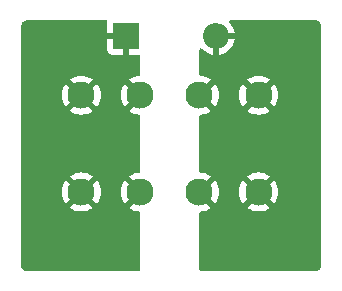
<source format=gbl>
G04 #@! TF.GenerationSoftware,KiCad,Pcbnew,8.0.1*
G04 #@! TF.CreationDate,2024-03-24T02:17:44+01:00*
G04 #@! TF.ProjectId,bypass,62797061-7373-42e6-9b69-6361645f7063,rev?*
G04 #@! TF.SameCoordinates,Original*
G04 #@! TF.FileFunction,Copper,L2,Bot*
G04 #@! TF.FilePolarity,Positive*
%FSLAX46Y46*%
G04 Gerber Fmt 4.6, Leading zero omitted, Abs format (unit mm)*
G04 Created by KiCad (PCBNEW 8.0.1) date 2024-03-24 02:17:44*
%MOMM*%
%LPD*%
G01*
G04 APERTURE LIST*
G04 #@! TA.AperFunction,ComponentPad*
%ADD10C,2.300000*%
G04 #@! TD*
G04 #@! TA.AperFunction,ComponentPad*
%ADD11R,2.200000X2.200000*%
G04 #@! TD*
G04 #@! TA.AperFunction,ComponentPad*
%ADD12O,2.200000X2.200000*%
G04 #@! TD*
G04 APERTURE END LIST*
D10*
X140900000Y-26850000D03*
X140900000Y-35050000D03*
X145900000Y-26850000D03*
X145900000Y-35050000D03*
X150900000Y-26850000D03*
X150900000Y-35050000D03*
X155900000Y-26850000D03*
X155900000Y-35050000D03*
D11*
X144690000Y-21850000D03*
D12*
X152310000Y-21850000D03*
G04 #@! TA.AperFunction,Conductor*
G36*
X143040675Y-20520185D02*
G01*
X143086430Y-20572989D01*
X143096925Y-20637756D01*
X143090000Y-20702155D01*
X143090000Y-21600000D01*
X144199252Y-21600000D01*
X144177482Y-21637708D01*
X144140000Y-21777591D01*
X144140000Y-21922409D01*
X144177482Y-22062292D01*
X144199252Y-22100000D01*
X143090000Y-22100000D01*
X143090000Y-22997844D01*
X143096401Y-23057372D01*
X143096403Y-23057379D01*
X143146645Y-23192086D01*
X143146649Y-23192093D01*
X143232809Y-23307187D01*
X143232812Y-23307190D01*
X143347906Y-23393350D01*
X143347913Y-23393354D01*
X143482620Y-23443596D01*
X143482627Y-23443598D01*
X143542155Y-23449999D01*
X143542172Y-23450000D01*
X144440000Y-23450000D01*
X144440000Y-22340747D01*
X144477708Y-22362518D01*
X144617591Y-22400000D01*
X144762409Y-22400000D01*
X144902292Y-22362518D01*
X144940000Y-22340747D01*
X144940000Y-23450000D01*
X145776000Y-23450000D01*
X145843039Y-23469685D01*
X145888794Y-23522489D01*
X145900000Y-23574000D01*
X145900000Y-25080273D01*
X145880315Y-25147312D01*
X145827511Y-25193067D01*
X145785729Y-25203891D01*
X145641088Y-25215274D01*
X145388554Y-25275901D01*
X145388537Y-25275906D01*
X145148602Y-25375290D01*
X145148599Y-25375292D01*
X144927155Y-25510993D01*
X144920353Y-25516800D01*
X145652511Y-26248958D01*
X145592110Y-26273978D01*
X145485649Y-26345112D01*
X145395112Y-26435649D01*
X145323978Y-26542110D01*
X145298958Y-26602510D01*
X144566801Y-25870353D01*
X144560993Y-25877155D01*
X144425292Y-26098599D01*
X144425290Y-26098602D01*
X144325906Y-26338537D01*
X144325901Y-26338554D01*
X144265274Y-26591087D01*
X144244898Y-26850000D01*
X144265274Y-27108912D01*
X144325901Y-27361445D01*
X144325906Y-27361462D01*
X144425290Y-27601397D01*
X144425292Y-27601400D01*
X144560992Y-27822842D01*
X144560993Y-27822843D01*
X144566801Y-27829644D01*
X145298958Y-27097488D01*
X145323978Y-27157890D01*
X145395112Y-27264351D01*
X145485649Y-27354888D01*
X145592110Y-27426022D01*
X145652510Y-27451040D01*
X144920354Y-28183197D01*
X144927157Y-28189007D01*
X145148599Y-28324707D01*
X145148602Y-28324709D01*
X145388537Y-28424093D01*
X145388554Y-28424098D01*
X145641088Y-28484725D01*
X145641087Y-28484725D01*
X145785728Y-28496108D01*
X145851017Y-28520991D01*
X145892488Y-28577222D01*
X145900000Y-28619726D01*
X145900000Y-33280273D01*
X145880315Y-33347312D01*
X145827511Y-33393067D01*
X145785729Y-33403891D01*
X145641088Y-33415274D01*
X145388554Y-33475901D01*
X145388537Y-33475906D01*
X145148602Y-33575290D01*
X145148599Y-33575292D01*
X144927155Y-33710993D01*
X144920353Y-33716800D01*
X145652511Y-34448958D01*
X145592110Y-34473978D01*
X145485649Y-34545112D01*
X145395112Y-34635649D01*
X145323978Y-34742110D01*
X145298958Y-34802510D01*
X144566801Y-34070353D01*
X144560993Y-34077155D01*
X144425292Y-34298599D01*
X144425290Y-34298602D01*
X144325906Y-34538537D01*
X144325901Y-34538554D01*
X144265274Y-34791087D01*
X144244898Y-35050000D01*
X144265274Y-35308912D01*
X144325901Y-35561445D01*
X144325906Y-35561462D01*
X144425290Y-35801397D01*
X144425292Y-35801400D01*
X144560992Y-36022842D01*
X144560993Y-36022843D01*
X144566801Y-36029644D01*
X145298958Y-35297488D01*
X145323978Y-35357890D01*
X145395112Y-35464351D01*
X145485649Y-35554888D01*
X145592110Y-35626022D01*
X145652510Y-35651040D01*
X144920354Y-36383197D01*
X144927157Y-36389007D01*
X145148599Y-36524707D01*
X145148602Y-36524709D01*
X145388537Y-36624093D01*
X145388554Y-36624098D01*
X145641088Y-36684725D01*
X145641087Y-36684725D01*
X145785728Y-36696108D01*
X145851017Y-36720991D01*
X145892488Y-36777222D01*
X145900000Y-36819726D01*
X145900000Y-41625500D01*
X145880315Y-41692539D01*
X145827511Y-41738294D01*
X145776000Y-41749500D01*
X136306962Y-41749500D01*
X136293078Y-41748720D01*
X136280553Y-41747308D01*
X136202735Y-41738540D01*
X136175666Y-41732362D01*
X136096462Y-41704648D01*
X136071444Y-41692600D01*
X136000395Y-41647957D01*
X135978686Y-41630644D01*
X135919355Y-41571313D01*
X135902042Y-41549604D01*
X135857399Y-41478555D01*
X135845351Y-41453537D01*
X135817637Y-41374333D01*
X135811459Y-41347263D01*
X135801280Y-41256922D01*
X135800500Y-41243038D01*
X135800500Y-35050000D01*
X139244898Y-35050000D01*
X139265274Y-35308912D01*
X139325901Y-35561445D01*
X139325906Y-35561462D01*
X139425290Y-35801397D01*
X139425292Y-35801400D01*
X139560992Y-36022842D01*
X139560993Y-36022843D01*
X139566801Y-36029644D01*
X140298958Y-35297488D01*
X140323978Y-35357890D01*
X140395112Y-35464351D01*
X140485649Y-35554888D01*
X140592110Y-35626022D01*
X140652511Y-35651041D01*
X139920354Y-36383197D01*
X139927157Y-36389007D01*
X140148599Y-36524707D01*
X140148602Y-36524709D01*
X140388537Y-36624093D01*
X140388554Y-36624098D01*
X140641088Y-36684725D01*
X140641087Y-36684725D01*
X140900000Y-36705101D01*
X141158912Y-36684725D01*
X141411445Y-36624098D01*
X141411462Y-36624093D01*
X141651397Y-36524709D01*
X141651400Y-36524707D01*
X141872844Y-36389005D01*
X141879644Y-36383197D01*
X141147488Y-35651041D01*
X141207890Y-35626022D01*
X141314351Y-35554888D01*
X141404888Y-35464351D01*
X141476022Y-35357890D01*
X141501041Y-35297488D01*
X142233197Y-36029644D01*
X142239005Y-36022844D01*
X142374707Y-35801400D01*
X142374709Y-35801397D01*
X142474093Y-35561462D01*
X142474098Y-35561445D01*
X142534725Y-35308912D01*
X142555101Y-35050000D01*
X142534725Y-34791087D01*
X142474098Y-34538554D01*
X142474093Y-34538537D01*
X142374709Y-34298602D01*
X142374707Y-34298599D01*
X142239007Y-34077157D01*
X142233197Y-34070354D01*
X141501041Y-34802510D01*
X141476022Y-34742110D01*
X141404888Y-34635649D01*
X141314351Y-34545112D01*
X141207890Y-34473978D01*
X141147488Y-34448958D01*
X141879645Y-33716801D01*
X141872843Y-33710993D01*
X141872842Y-33710992D01*
X141651400Y-33575292D01*
X141651397Y-33575290D01*
X141411462Y-33475906D01*
X141411445Y-33475901D01*
X141158911Y-33415274D01*
X141158912Y-33415274D01*
X140900000Y-33394898D01*
X140641087Y-33415274D01*
X140388554Y-33475901D01*
X140388537Y-33475906D01*
X140148602Y-33575290D01*
X140148599Y-33575292D01*
X139927155Y-33710993D01*
X139920353Y-33716800D01*
X140652511Y-34448958D01*
X140592110Y-34473978D01*
X140485649Y-34545112D01*
X140395112Y-34635649D01*
X140323978Y-34742110D01*
X140298958Y-34802511D01*
X139566800Y-34070353D01*
X139560993Y-34077155D01*
X139425292Y-34298599D01*
X139425290Y-34298602D01*
X139325906Y-34538537D01*
X139325901Y-34538554D01*
X139265274Y-34791087D01*
X139244898Y-35050000D01*
X135800500Y-35050000D01*
X135800500Y-26850000D01*
X139244898Y-26850000D01*
X139265274Y-27108912D01*
X139325901Y-27361445D01*
X139325906Y-27361462D01*
X139425290Y-27601397D01*
X139425292Y-27601400D01*
X139560992Y-27822842D01*
X139560993Y-27822843D01*
X139566801Y-27829644D01*
X140298958Y-27097488D01*
X140323978Y-27157890D01*
X140395112Y-27264351D01*
X140485649Y-27354888D01*
X140592110Y-27426022D01*
X140652511Y-27451041D01*
X139920354Y-28183197D01*
X139927157Y-28189007D01*
X140148599Y-28324707D01*
X140148602Y-28324709D01*
X140388537Y-28424093D01*
X140388554Y-28424098D01*
X140641088Y-28484725D01*
X140641087Y-28484725D01*
X140900000Y-28505101D01*
X141158912Y-28484725D01*
X141411445Y-28424098D01*
X141411462Y-28424093D01*
X141651397Y-28324709D01*
X141651400Y-28324707D01*
X141872844Y-28189005D01*
X141879644Y-28183197D01*
X141147488Y-27451041D01*
X141207890Y-27426022D01*
X141314351Y-27354888D01*
X141404888Y-27264351D01*
X141476022Y-27157890D01*
X141501041Y-27097488D01*
X142233197Y-27829644D01*
X142239005Y-27822844D01*
X142374707Y-27601400D01*
X142374709Y-27601397D01*
X142474093Y-27361462D01*
X142474098Y-27361445D01*
X142534725Y-27108912D01*
X142555101Y-26850000D01*
X142534725Y-26591087D01*
X142474098Y-26338554D01*
X142474093Y-26338537D01*
X142374709Y-26098602D01*
X142374707Y-26098599D01*
X142239007Y-25877157D01*
X142233197Y-25870354D01*
X141501041Y-26602510D01*
X141476022Y-26542110D01*
X141404888Y-26435649D01*
X141314351Y-26345112D01*
X141207890Y-26273978D01*
X141147488Y-26248958D01*
X141879645Y-25516801D01*
X141872843Y-25510993D01*
X141872842Y-25510992D01*
X141651400Y-25375292D01*
X141651397Y-25375290D01*
X141411462Y-25275906D01*
X141411445Y-25275901D01*
X141158911Y-25215274D01*
X141158912Y-25215274D01*
X140900000Y-25194898D01*
X140641087Y-25215274D01*
X140388554Y-25275901D01*
X140388537Y-25275906D01*
X140148602Y-25375290D01*
X140148599Y-25375292D01*
X139927155Y-25510993D01*
X139920353Y-25516800D01*
X140652511Y-26248958D01*
X140592110Y-26273978D01*
X140485649Y-26345112D01*
X140395112Y-26435649D01*
X140323978Y-26542110D01*
X140298958Y-26602511D01*
X139566800Y-25870353D01*
X139560993Y-25877155D01*
X139425292Y-26098599D01*
X139425290Y-26098602D01*
X139325906Y-26338537D01*
X139325901Y-26338554D01*
X139265274Y-26591087D01*
X139244898Y-26850000D01*
X135800500Y-26850000D01*
X135800500Y-21006961D01*
X135801280Y-20993077D01*
X135811459Y-20902731D01*
X135817635Y-20875670D01*
X135845353Y-20796456D01*
X135857396Y-20771450D01*
X135902046Y-20700389D01*
X135919351Y-20678690D01*
X135978690Y-20619351D01*
X136000389Y-20602046D01*
X136071450Y-20557396D01*
X136096456Y-20545353D01*
X136175670Y-20517635D01*
X136202733Y-20511459D01*
X136265419Y-20504396D01*
X136293079Y-20501280D01*
X136306962Y-20500500D01*
X142973636Y-20500500D01*
X143040675Y-20520185D01*
G37*
G04 #@! TD.AperFunction*
G04 #@! TA.AperFunction,Conductor*
G36*
X160706922Y-20501280D02*
G01*
X160797266Y-20511459D01*
X160824331Y-20517636D01*
X160903540Y-20545352D01*
X160928553Y-20557398D01*
X160999606Y-20602043D01*
X161021313Y-20619355D01*
X161080644Y-20678686D01*
X161097957Y-20700395D01*
X161142600Y-20771444D01*
X161154648Y-20796462D01*
X161182362Y-20875666D01*
X161188540Y-20902735D01*
X161198720Y-20993076D01*
X161199500Y-21006961D01*
X161199500Y-41243038D01*
X161198720Y-41256923D01*
X161188540Y-41347264D01*
X161182362Y-41374333D01*
X161154648Y-41453537D01*
X161142600Y-41478555D01*
X161097957Y-41549604D01*
X161080644Y-41571313D01*
X161021313Y-41630644D01*
X160999604Y-41647957D01*
X160928555Y-41692600D01*
X160903537Y-41704648D01*
X160824333Y-41732362D01*
X160797264Y-41738540D01*
X160717075Y-41747576D01*
X160706921Y-41748720D01*
X160693038Y-41749500D01*
X151024000Y-41749500D01*
X150956961Y-41729815D01*
X150911206Y-41677011D01*
X150900000Y-41625500D01*
X150900000Y-36819726D01*
X150919685Y-36752687D01*
X150972489Y-36706932D01*
X151014272Y-36696108D01*
X151158911Y-36684725D01*
X151411445Y-36624098D01*
X151411462Y-36624093D01*
X151651397Y-36524709D01*
X151651400Y-36524707D01*
X151872844Y-36389005D01*
X151879644Y-36383197D01*
X151147488Y-35651041D01*
X151207890Y-35626022D01*
X151314351Y-35554888D01*
X151404888Y-35464351D01*
X151476022Y-35357890D01*
X151501041Y-35297488D01*
X152233197Y-36029644D01*
X152239005Y-36022844D01*
X152374707Y-35801400D01*
X152374709Y-35801397D01*
X152474093Y-35561462D01*
X152474098Y-35561445D01*
X152534725Y-35308912D01*
X152555101Y-35050000D01*
X154244898Y-35050000D01*
X154265274Y-35308912D01*
X154325901Y-35561445D01*
X154325906Y-35561462D01*
X154425290Y-35801397D01*
X154425292Y-35801400D01*
X154560992Y-36022842D01*
X154560993Y-36022843D01*
X154566801Y-36029644D01*
X155298958Y-35297488D01*
X155323978Y-35357890D01*
X155395112Y-35464351D01*
X155485649Y-35554888D01*
X155592110Y-35626022D01*
X155652511Y-35651041D01*
X154920354Y-36383197D01*
X154927157Y-36389007D01*
X155148599Y-36524707D01*
X155148602Y-36524709D01*
X155388537Y-36624093D01*
X155388554Y-36624098D01*
X155641088Y-36684725D01*
X155641087Y-36684725D01*
X155900000Y-36705101D01*
X156158912Y-36684725D01*
X156411445Y-36624098D01*
X156411462Y-36624093D01*
X156651397Y-36524709D01*
X156651400Y-36524707D01*
X156872844Y-36389005D01*
X156879644Y-36383197D01*
X156147488Y-35651041D01*
X156207890Y-35626022D01*
X156314351Y-35554888D01*
X156404888Y-35464351D01*
X156476022Y-35357890D01*
X156501041Y-35297488D01*
X157233197Y-36029644D01*
X157239005Y-36022844D01*
X157374707Y-35801400D01*
X157374709Y-35801397D01*
X157474093Y-35561462D01*
X157474098Y-35561445D01*
X157534725Y-35308912D01*
X157555101Y-35050000D01*
X157534725Y-34791087D01*
X157474098Y-34538554D01*
X157474093Y-34538537D01*
X157374709Y-34298602D01*
X157374707Y-34298599D01*
X157239007Y-34077157D01*
X157233197Y-34070354D01*
X156501041Y-34802510D01*
X156476022Y-34742110D01*
X156404888Y-34635649D01*
X156314351Y-34545112D01*
X156207890Y-34473978D01*
X156147488Y-34448958D01*
X156879645Y-33716801D01*
X156872843Y-33710993D01*
X156872842Y-33710992D01*
X156651400Y-33575292D01*
X156651397Y-33575290D01*
X156411462Y-33475906D01*
X156411445Y-33475901D01*
X156158911Y-33415274D01*
X156158912Y-33415274D01*
X155900000Y-33394898D01*
X155641087Y-33415274D01*
X155388554Y-33475901D01*
X155388537Y-33475906D01*
X155148602Y-33575290D01*
X155148599Y-33575292D01*
X154927155Y-33710993D01*
X154920353Y-33716800D01*
X155652511Y-34448958D01*
X155592110Y-34473978D01*
X155485649Y-34545112D01*
X155395112Y-34635649D01*
X155323978Y-34742110D01*
X155298958Y-34802511D01*
X154566800Y-34070353D01*
X154560993Y-34077155D01*
X154425292Y-34298599D01*
X154425290Y-34298602D01*
X154325906Y-34538537D01*
X154325901Y-34538554D01*
X154265274Y-34791087D01*
X154244898Y-35050000D01*
X152555101Y-35050000D01*
X152534725Y-34791087D01*
X152474098Y-34538554D01*
X152474093Y-34538537D01*
X152374709Y-34298602D01*
X152374707Y-34298599D01*
X152239007Y-34077157D01*
X152233197Y-34070354D01*
X151501041Y-34802510D01*
X151476022Y-34742110D01*
X151404888Y-34635649D01*
X151314351Y-34545112D01*
X151207890Y-34473978D01*
X151147488Y-34448958D01*
X151879645Y-33716801D01*
X151872843Y-33710993D01*
X151872842Y-33710992D01*
X151651400Y-33575292D01*
X151651397Y-33575290D01*
X151411462Y-33475906D01*
X151411445Y-33475901D01*
X151158911Y-33415274D01*
X151158912Y-33415274D01*
X151014271Y-33403891D01*
X150948983Y-33379007D01*
X150907512Y-33322776D01*
X150900000Y-33280273D01*
X150900000Y-28619726D01*
X150919685Y-28552687D01*
X150972489Y-28506932D01*
X151014272Y-28496108D01*
X151158911Y-28484725D01*
X151411445Y-28424098D01*
X151411462Y-28424093D01*
X151651397Y-28324709D01*
X151651400Y-28324707D01*
X151872844Y-28189005D01*
X151879644Y-28183197D01*
X151147488Y-27451041D01*
X151207890Y-27426022D01*
X151314351Y-27354888D01*
X151404888Y-27264351D01*
X151476022Y-27157890D01*
X151501041Y-27097488D01*
X152233197Y-27829644D01*
X152239005Y-27822844D01*
X152374707Y-27601400D01*
X152374709Y-27601397D01*
X152474093Y-27361462D01*
X152474098Y-27361445D01*
X152534725Y-27108912D01*
X152555101Y-26850000D01*
X154244898Y-26850000D01*
X154265274Y-27108912D01*
X154325901Y-27361445D01*
X154325906Y-27361462D01*
X154425290Y-27601397D01*
X154425292Y-27601400D01*
X154560992Y-27822842D01*
X154560993Y-27822843D01*
X154566801Y-27829644D01*
X155298958Y-27097488D01*
X155323978Y-27157890D01*
X155395112Y-27264351D01*
X155485649Y-27354888D01*
X155592110Y-27426022D01*
X155652511Y-27451041D01*
X154920354Y-28183197D01*
X154927157Y-28189007D01*
X155148599Y-28324707D01*
X155148602Y-28324709D01*
X155388537Y-28424093D01*
X155388554Y-28424098D01*
X155641088Y-28484725D01*
X155641087Y-28484725D01*
X155900000Y-28505101D01*
X156158912Y-28484725D01*
X156411445Y-28424098D01*
X156411462Y-28424093D01*
X156651397Y-28324709D01*
X156651400Y-28324707D01*
X156872844Y-28189005D01*
X156879644Y-28183197D01*
X156147488Y-27451041D01*
X156207890Y-27426022D01*
X156314351Y-27354888D01*
X156404888Y-27264351D01*
X156476022Y-27157890D01*
X156501041Y-27097488D01*
X157233197Y-27829644D01*
X157239005Y-27822844D01*
X157374707Y-27601400D01*
X157374709Y-27601397D01*
X157474093Y-27361462D01*
X157474098Y-27361445D01*
X157534725Y-27108912D01*
X157555101Y-26850000D01*
X157534725Y-26591087D01*
X157474098Y-26338554D01*
X157474093Y-26338537D01*
X157374709Y-26098602D01*
X157374707Y-26098599D01*
X157239007Y-25877157D01*
X157233197Y-25870354D01*
X156501041Y-26602510D01*
X156476022Y-26542110D01*
X156404888Y-26435649D01*
X156314351Y-26345112D01*
X156207890Y-26273978D01*
X156147488Y-26248958D01*
X156879645Y-25516801D01*
X156872843Y-25510993D01*
X156872842Y-25510992D01*
X156651400Y-25375292D01*
X156651397Y-25375290D01*
X156411462Y-25275906D01*
X156411445Y-25275901D01*
X156158911Y-25215274D01*
X156158912Y-25215274D01*
X155900000Y-25194898D01*
X155641087Y-25215274D01*
X155388554Y-25275901D01*
X155388537Y-25275906D01*
X155148602Y-25375290D01*
X155148599Y-25375292D01*
X154927155Y-25510993D01*
X154920353Y-25516800D01*
X155652511Y-26248958D01*
X155592110Y-26273978D01*
X155485649Y-26345112D01*
X155395112Y-26435649D01*
X155323978Y-26542110D01*
X155298958Y-26602511D01*
X154566800Y-25870353D01*
X154560993Y-25877155D01*
X154425292Y-26098599D01*
X154425290Y-26098602D01*
X154325906Y-26338537D01*
X154325901Y-26338554D01*
X154265274Y-26591087D01*
X154244898Y-26850000D01*
X152555101Y-26850000D01*
X152534725Y-26591087D01*
X152474098Y-26338554D01*
X152474093Y-26338537D01*
X152374709Y-26098602D01*
X152374707Y-26098599D01*
X152239007Y-25877157D01*
X152233197Y-25870354D01*
X151501041Y-26602510D01*
X151476022Y-26542110D01*
X151404888Y-26435649D01*
X151314351Y-26345112D01*
X151207890Y-26273978D01*
X151147488Y-26248958D01*
X151879645Y-25516801D01*
X151872843Y-25510993D01*
X151872842Y-25510992D01*
X151651400Y-25375292D01*
X151651397Y-25375290D01*
X151411462Y-25275906D01*
X151411445Y-25275901D01*
X151158911Y-25215274D01*
X151158912Y-25215274D01*
X151014271Y-25203891D01*
X150948983Y-25179007D01*
X150907512Y-25122776D01*
X150900000Y-25080273D01*
X150900000Y-22998850D01*
X150919685Y-22931811D01*
X150972489Y-22886056D01*
X151041647Y-22876112D01*
X151105203Y-22905137D01*
X151118291Y-22918319D01*
X151175130Y-22984870D01*
X151366632Y-23148428D01*
X151366637Y-23148431D01*
X151581368Y-23280019D01*
X151814043Y-23376396D01*
X152058932Y-23435188D01*
X152059999Y-23435271D01*
X152060000Y-23435271D01*
X152060000Y-22340747D01*
X152097708Y-22362518D01*
X152237591Y-22400000D01*
X152382409Y-22400000D01*
X152522292Y-22362518D01*
X152560000Y-22340747D01*
X152560000Y-23435271D01*
X152561067Y-23435188D01*
X152805956Y-23376396D01*
X153038631Y-23280019D01*
X153253362Y-23148431D01*
X153253367Y-23148428D01*
X153444869Y-22984869D01*
X153608428Y-22793367D01*
X153608431Y-22793362D01*
X153740019Y-22578631D01*
X153836396Y-22345956D01*
X153895188Y-22101067D01*
X153895272Y-22100000D01*
X152800748Y-22100000D01*
X152822518Y-22062292D01*
X152860000Y-21922409D01*
X152860000Y-21777591D01*
X152822518Y-21637708D01*
X152800748Y-21600000D01*
X153895271Y-21600000D01*
X153895271Y-21599999D01*
X153895188Y-21598932D01*
X153836396Y-21354043D01*
X153740019Y-21121368D01*
X153608431Y-20906637D01*
X153608428Y-20906632D01*
X153444866Y-20715126D01*
X153441921Y-20712181D01*
X153408436Y-20650858D01*
X153413420Y-20581166D01*
X153455292Y-20525233D01*
X153520756Y-20500816D01*
X153529602Y-20500500D01*
X160634108Y-20500500D01*
X160693038Y-20500500D01*
X160706922Y-20501280D01*
G37*
G04 #@! TD.AperFunction*
M02*

</source>
